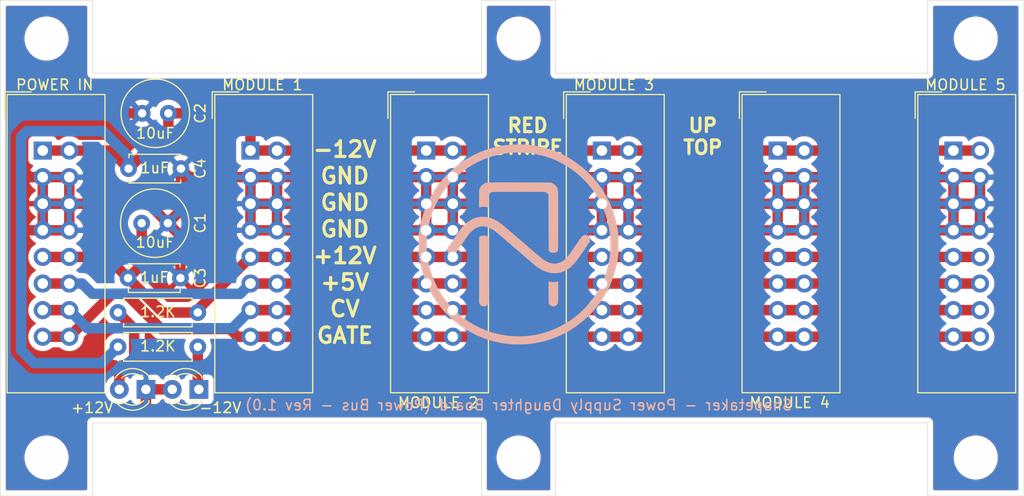
<source format=kicad_pcb>
(kicad_pcb (version 20171130) (host pcbnew "(5.1.5-0-10_14)")
  (layers (0 F.Cu signal) (31 B.Cu signal) (34 B.Paste user) (35 F.Paste user) (36 B.SilkS user) (37 F.SilkS user) (38 B.Mask user) (39 F.Mask user) (44 Edge.Cuts user))
  (net 0 "")
  (net 1 +12V)
  (net 2 GND)
  (net 3 -12V)
  (net 4 "Net-(D1-Pad2)")
  (net 5 "Net-(D2-Pad1)")
  (net 6 /5V)
  (net 7 /CV)
  (net 8 /GATE)
  (module Custom_Graphics:Shape_Taker_Logo_1300_DPI (layer B.Cu) (at 158.509818 77.6986 180)
    (fp_text reference G*** hide)
    (fp_text value LOGO hide)
  )
  (module MountingHole:MountingHole_3.2mm_M3_DIN965 (layer F.Cu) (at 202.1586 98.0518)
    (fp_text reference REF** hide)
    (fp_text value MountingHole_3.2mm_M3_DIN965 hide)
    (pad 1 np_thru_hole circle (at 0 0) (size 3.2 3.2) (drill 3.2) (layers *.Cu *.Mask))
  )
  (module MountingHole:MountingHole_3.2mm_M3_DIN965 (layer F.Cu) (at 158.5 98.0518)
    (fp_text reference REF** hide)
    (fp_text value MountingHole_3.2mm_M3_DIN965 hide)
    (pad 1 np_thru_hole circle (at 0 0) (size 3.2 3.2) (drill 3.2) (layers *.Cu *.Mask))
  )
  (module MountingHole:MountingHole_3.2mm_M3_DIN965 (layer F.Cu) (at 113.4153 98.0518)
    (fp_text reference REF** hide)
    (fp_text value MountingHole_3.2mm_M3_DIN965 hide)
    (pad 1 np_thru_hole circle (at 0 0) (size 3.2 3.2) (drill 3.2) (layers *.Cu *.Mask))
  )
  (module MountingHole:MountingHole_3.2mm_M3_DIN965 (layer F.Cu) (at 202.1586 58.039)
    (fp_text reference REF** hide)
    (fp_text value MountingHole_3.2mm_M3_DIN965 hide)
    (pad 1 np_thru_hole circle (at 0 0) (size 3.2 3.2) (drill 3.2) (layers *.Cu *.Mask))
  )
  (module MountingHole:MountingHole_3.2mm_M3_DIN965 (layer F.Cu) (at 158.5 58.039)
    (fp_text reference REF** hide)
    (fp_text value MountingHole_3.2mm_M3_DIN965 hide)
    (pad 1 np_thru_hole circle (at 0 0) (size 3.2 3.2) (drill 3.2) (layers *.Cu *.Mask))
  )
  (module MountingHole:MountingHole_3.2mm_M3_DIN965 (layer F.Cu) (at 113.4153 58.039)
    (fp_text reference REF** hide)
    (fp_text value MountingHole_3.2mm_M3_DIN965 hide)
    (pad 1 np_thru_hole circle (at 0 0) (size 3.2 3.2) (drill 3.2) (layers *.Cu *.Mask))
  )
  (module Capacitor_THT:C_Radial_D6.3mm_H11.0mm_P2.50mm (layer F.Cu) (at 122.5042 75.66768)
    (fp_text reference C1 (at 5.588 0.000001 90) (layer F.SilkS))
    (fp_text value 10uF (at 1.27 1.8288) (layer F.SilkS))
    (pad 1 thru_hole circle (at 0 0) (size 1.6 1.6) (drill 0.8) (layers *.Cu *.Mask) (net 1 +12V))
    (pad 2 thru_hole circle (at 2.5 0) (size 1.6 1.6) (drill 0.8) (layers *.Cu *.Mask) (net 2 GND))
  )
  (module Capacitor_THT:C_Radial_D6.3mm_H11.0mm_P2.50mm (layer F.Cu) (at 122.555 65.1764)
    (fp_text reference C2 (at 5.5372 0.000001 90) (layer F.SilkS))
    (fp_text value 10uF (at 1.25 1.905) (layer F.SilkS))
    (pad 2 thru_hole circle (at 2.5 0) (size 1.6 1.6) (drill 0.8) (layers *.Cu *.Mask) (net 3 -12V))
    (pad 1 thru_hole circle (at 0 0) (size 1.6 1.6) (drill 0.8) (layers *.Cu *.Mask) (net 2 GND))
  )
  (module Capacitor_THT:C_Disc_D4.7mm_W2.5mm_P5.00mm (layer F.Cu) (at 121.2088 80.91332)
    (fp_text reference C3 (at 6.8834 0.000001 90) (layer F.SilkS))
    (fp_text value 1uF (at 2.5 -0.0675) (layer F.SilkS))
    (pad 2 thru_hole circle (at 5 0) (size 1.6 1.6) (drill 0.8) (layers *.Cu *.Mask) (net 2 GND))
    (pad 1 thru_hole circle (at 0 0) (size 1.6 1.6) (drill 0.8) (layers *.Cu *.Mask) (net 1 +12V))
  )
  (module Capacitor_THT:C_Disc_D4.7mm_W2.5mm_P5.00mm (layer F.Cu) (at 126.2542 70.4596 180)
    (fp_text reference C4 (at -1.838 -0.000001 90) (layer F.SilkS))
    (fp_text value 1uF (at 2.5 0.0675) (layer F.SilkS))
    (pad 1 thru_hole circle (at 0 0 180) (size 1.6 1.6) (drill 0.8) (layers *.Cu *.Mask) (net 2 GND))
    (pad 2 thru_hole circle (at 5 0 180) (size 1.6 1.6) (drill 0.8) (layers *.Cu *.Mask) (net 3 -12V))
  )
  (module LED_THT:LED_D3.0mm (layer F.Cu) (at 122.9106 91.5416 180)
    (fp_text reference +12V (at 5.1308 -1.7526) (layer F.SilkS))
    (fp_text value LED hide)
    (pad 2 thru_hole circle (at 2.54 0 180) (size 1.8 1.8) (drill 0.9) (layers *.Cu *.Mask) (net 4 "Net-(D1-Pad2)"))
    (pad 1 thru_hole rect (at 0 0 180) (size 1.8 1.8) (drill 0.9) (layers *.Cu *.Mask) (net 2 GND))
  )
  (module LED_THT:LED_D3.0mm (layer F.Cu) (at 127.9652 91.5416 180)
    (fp_text reference -12V (at -2.0574 -1.7526) (layer F.SilkS))
    (fp_text value LED hide)
    (pad 1 thru_hole rect (at 0 0 180) (size 1.8 1.8) (drill 0.9) (layers *.Cu *.Mask) (net 5 "Net-(D2-Pad1)"))
    (pad 2 thru_hole circle (at 2.54 0 180) (size 1.8 1.8) (drill 0.9) (layers *.Cu *.Mask) (net 2 GND))
  )
  (module Connector_IDC:IDC-Header_2x08_P2.54mm_Vertical (layer F.Cu) (at 113.0554 68.7324)
    (fp_text reference "POWER IN" (at 1.145 -6.2738) (layer F.SilkS))
    (fp_text value PWR_IN hide)
    (pad 1 thru_hole rect (at 0 0) (size 1.7272 1.7272) (drill 1.016) (layers *.Cu *.Mask) (net 3 -12V))
    (pad 2 thru_hole oval (at 2.54 0) (size 1.7272 1.7272) (drill 1.016) (layers *.Cu *.Mask) (net 3 -12V))
    (pad 3 thru_hole oval (at 0 2.54) (size 1.7272 1.7272) (drill 1.016) (layers *.Cu *.Mask) (net 2 GND))
    (pad 4 thru_hole oval (at 2.54 2.54) (size 1.7272 1.7272) (drill 1.016) (layers *.Cu *.Mask) (net 2 GND))
    (pad 5 thru_hole oval (at 0 5.08) (size 1.7272 1.7272) (drill 1.016) (layers *.Cu *.Mask) (net 2 GND))
    (pad 6 thru_hole oval (at 2.54 5.08) (size 1.7272 1.7272) (drill 1.016) (layers *.Cu *.Mask) (net 2 GND))
    (pad 7 thru_hole oval (at 0 7.62) (size 1.7272 1.7272) (drill 1.016) (layers *.Cu *.Mask) (net 2 GND))
    (pad 8 thru_hole oval (at 2.54 7.62) (size 1.7272 1.7272) (drill 1.016) (layers *.Cu *.Mask) (net 2 GND))
    (pad 9 thru_hole oval (at 0 10.16) (size 1.7272 1.7272) (drill 1.016) (layers *.Cu *.Mask) (net 1 +12V))
    (pad 10 thru_hole oval (at 2.54 10.16) (size 1.7272 1.7272) (drill 1.016) (layers *.Cu *.Mask) (net 1 +12V))
    (pad 11 thru_hole oval (at 0 12.7) (size 1.7272 1.7272) (drill 1.016) (layers *.Cu *.Mask) (net 6 /5V))
    (pad 12 thru_hole oval (at 2.54 12.7) (size 1.7272 1.7272) (drill 1.016) (layers *.Cu *.Mask) (net 6 /5V))
    (pad 13 thru_hole oval (at 0 15.24) (size 1.7272 1.7272) (drill 1.016) (layers *.Cu *.Mask) (net 7 /CV))
    (pad 14 thru_hole oval (at 2.54 15.24) (size 1.7272 1.7272) (drill 1.016) (layers *.Cu *.Mask) (net 7 /CV))
    (pad 15 thru_hole oval (at 0 17.78) (size 1.7272 1.7272) (drill 1.016) (layers *.Cu *.Mask) (net 8 /GATE))
    (pad 16 thru_hole oval (at 2.54 17.78) (size 1.7272 1.7272) (drill 1.016) (layers *.Cu *.Mask) (net 8 /GATE))
  )
  (module Connector_IDC:IDC-Header_2x08_P2.54mm_Vertical (layer F.Cu) (at 132.8928 68.7324)
    (fp_text reference "MODULE 1" (at 1.145 -6.2738) (layer F.SilkS))
    (fp_text value CONN_1 hide)
    (pad 16 thru_hole oval (at 2.54 17.78) (size 1.7272 1.7272) (drill 1.016) (layers *.Cu *.Mask) (net 8 /GATE))
    (pad 15 thru_hole oval (at 0 17.78) (size 1.7272 1.7272) (drill 1.016) (layers *.Cu *.Mask) (net 8 /GATE))
    (pad 14 thru_hole oval (at 2.54 15.24) (size 1.7272 1.7272) (drill 1.016) (layers *.Cu *.Mask) (net 7 /CV))
    (pad 13 thru_hole oval (at 0 15.24) (size 1.7272 1.7272) (drill 1.016) (layers *.Cu *.Mask) (net 7 /CV))
    (pad 12 thru_hole oval (at 2.54 12.7) (size 1.7272 1.7272) (drill 1.016) (layers *.Cu *.Mask) (net 6 /5V))
    (pad 11 thru_hole oval (at 0 12.7) (size 1.7272 1.7272) (drill 1.016) (layers *.Cu *.Mask) (net 6 /5V))
    (pad 10 thru_hole oval (at 2.54 10.16) (size 1.7272 1.7272) (drill 1.016) (layers *.Cu *.Mask) (net 1 +12V))
    (pad 9 thru_hole oval (at 0 10.16) (size 1.7272 1.7272) (drill 1.016) (layers *.Cu *.Mask) (net 1 +12V))
    (pad 8 thru_hole oval (at 2.54 7.62) (size 1.7272 1.7272) (drill 1.016) (layers *.Cu *.Mask) (net 2 GND))
    (pad 7 thru_hole oval (at 0 7.62) (size 1.7272 1.7272) (drill 1.016) (layers *.Cu *.Mask) (net 2 GND))
    (pad 6 thru_hole oval (at 2.54 5.08) (size 1.7272 1.7272) (drill 1.016) (layers *.Cu *.Mask) (net 2 GND))
    (pad 5 thru_hole oval (at 0 5.08) (size 1.7272 1.7272) (drill 1.016) (layers *.Cu *.Mask) (net 2 GND))
    (pad 4 thru_hole oval (at 2.54 2.54) (size 1.7272 1.7272) (drill 1.016) (layers *.Cu *.Mask) (net 2 GND))
    (pad 3 thru_hole oval (at 0 2.54) (size 1.7272 1.7272) (drill 1.016) (layers *.Cu *.Mask) (net 2 GND))
    (pad 2 thru_hole oval (at 2.54 0) (size 1.7272 1.7272) (drill 1.016) (layers *.Cu *.Mask) (net 3 -12V))
    (pad 1 thru_hole rect (at 0 0) (size 1.7272 1.7272) (drill 1.016) (layers *.Cu *.Mask) (net 3 -12V))
  )
  (module Connector_IDC:IDC-Header_2x08_P2.54mm_Vertical (layer F.Cu) (at 149.67585 68.7324)
    (fp_text reference "MODULE 2" (at 1.145 24.0792) (layer F.SilkS))
    (fp_text value CONN_2 hide)
    (pad 1 thru_hole rect (at 0 0) (size 1.7272 1.7272) (drill 1.016) (layers *.Cu *.Mask) (net 3 -12V))
    (pad 2 thru_hole oval (at 2.54 0) (size 1.7272 1.7272) (drill 1.016) (layers *.Cu *.Mask) (net 3 -12V))
    (pad 3 thru_hole oval (at 0 2.54) (size 1.7272 1.7272) (drill 1.016) (layers *.Cu *.Mask) (net 2 GND))
    (pad 4 thru_hole oval (at 2.54 2.54) (size 1.7272 1.7272) (drill 1.016) (layers *.Cu *.Mask) (net 2 GND))
    (pad 5 thru_hole oval (at 0 5.08) (size 1.7272 1.7272) (drill 1.016) (layers *.Cu *.Mask) (net 2 GND))
    (pad 6 thru_hole oval (at 2.54 5.08) (size 1.7272 1.7272) (drill 1.016) (layers *.Cu *.Mask) (net 2 GND))
    (pad 7 thru_hole oval (at 0 7.62) (size 1.7272 1.7272) (drill 1.016) (layers *.Cu *.Mask) (net 2 GND))
    (pad 8 thru_hole oval (at 2.54 7.62) (size 1.7272 1.7272) (drill 1.016) (layers *.Cu *.Mask) (net 2 GND))
    (pad 9 thru_hole oval (at 0 10.16) (size 1.7272 1.7272) (drill 1.016) (layers *.Cu *.Mask) (net 1 +12V))
    (pad 10 thru_hole oval (at 2.54 10.16) (size 1.7272 1.7272) (drill 1.016) (layers *.Cu *.Mask) (net 1 +12V))
    (pad 11 thru_hole oval (at 0 12.7) (size 1.7272 1.7272) (drill 1.016) (layers *.Cu *.Mask) (net 6 /5V))
    (pad 12 thru_hole oval (at 2.54 12.7) (size 1.7272 1.7272) (drill 1.016) (layers *.Cu *.Mask) (net 6 /5V))
    (pad 13 thru_hole oval (at 0 15.24) (size 1.7272 1.7272) (drill 1.016) (layers *.Cu *.Mask) (net 7 /CV))
    (pad 14 thru_hole oval (at 2.54 15.24) (size 1.7272 1.7272) (drill 1.016) (layers *.Cu *.Mask) (net 7 /CV))
    (pad 15 thru_hole oval (at 0 17.78) (size 1.7272 1.7272) (drill 1.016) (layers *.Cu *.Mask) (net 8 /GATE))
    (pad 16 thru_hole oval (at 2.54 17.78) (size 1.7272 1.7272) (drill 1.016) (layers *.Cu *.Mask) (net 8 /GATE))
  )
  (module Connector_IDC:IDC-Header_2x08_P2.54mm_Vertical (layer F.Cu) (at 166.4589 68.7324)
    (fp_text reference "MODULE 3" (at 1.145 -6.2738) (layer F.SilkS))
    (fp_text value CONN_3 hide)
    (pad 16 thru_hole oval (at 2.54 17.78) (size 1.7272 1.7272) (drill 1.016) (layers *.Cu *.Mask) (net 8 /GATE))
    (pad 15 thru_hole oval (at 0 17.78) (size 1.7272 1.7272) (drill 1.016) (layers *.Cu *.Mask) (net 8 /GATE))
    (pad 14 thru_hole oval (at 2.54 15.24) (size 1.7272 1.7272) (drill 1.016) (layers *.Cu *.Mask) (net 7 /CV))
    (pad 13 thru_hole oval (at 0 15.24) (size 1.7272 1.7272) (drill 1.016) (layers *.Cu *.Mask) (net 7 /CV))
    (pad 12 thru_hole oval (at 2.54 12.7) (size 1.7272 1.7272) (drill 1.016) (layers *.Cu *.Mask) (net 6 /5V))
    (pad 11 thru_hole oval (at 0 12.7) (size 1.7272 1.7272) (drill 1.016) (layers *.Cu *.Mask) (net 6 /5V))
    (pad 10 thru_hole oval (at 2.54 10.16) (size 1.7272 1.7272) (drill 1.016) (layers *.Cu *.Mask) (net 1 +12V))
    (pad 9 thru_hole oval (at 0 10.16) (size 1.7272 1.7272) (drill 1.016) (layers *.Cu *.Mask) (net 1 +12V))
    (pad 8 thru_hole oval (at 2.54 7.62) (size 1.7272 1.7272) (drill 1.016) (layers *.Cu *.Mask) (net 2 GND))
    (pad 7 thru_hole oval (at 0 7.62) (size 1.7272 1.7272) (drill 1.016) (layers *.Cu *.Mask) (net 2 GND))
    (pad 6 thru_hole oval (at 2.54 5.08) (size 1.7272 1.7272) (drill 1.016) (layers *.Cu *.Mask) (net 2 GND))
    (pad 5 thru_hole oval (at 0 5.08) (size 1.7272 1.7272) (drill 1.016) (layers *.Cu *.Mask) (net 2 GND))
    (pad 4 thru_hole oval (at 2.54 2.54) (size 1.7272 1.7272) (drill 1.016) (layers *.Cu *.Mask) (net 2 GND))
    (pad 3 thru_hole oval (at 0 2.54) (size 1.7272 1.7272) (drill 1.016) (layers *.Cu *.Mask) (net 2 GND))
    (pad 2 thru_hole oval (at 2.54 0) (size 1.7272 1.7272) (drill 1.016) (layers *.Cu *.Mask) (net 3 -12V))
    (pad 1 thru_hole rect (at 0 0) (size 1.7272 1.7272) (drill 1.016) (layers *.Cu *.Mask) (net 3 -12V))
  )
  (module Connector_IDC:IDC-Header_2x08_P2.54mm_Vertical (layer F.Cu) (at 183.24195 68.7324)
    (fp_text reference "MODULE 4" (at 1.145 24.0792) (layer F.SilkS))
    (fp_text value CONN_4 hide)
    (pad 1 thru_hole rect (at 0 0) (size 1.7272 1.7272) (drill 1.016) (layers *.Cu *.Mask) (net 3 -12V))
    (pad 2 thru_hole oval (at 2.54 0) (size 1.7272 1.7272) (drill 1.016) (layers *.Cu *.Mask) (net 3 -12V))
    (pad 3 thru_hole oval (at 0 2.54) (size 1.7272 1.7272) (drill 1.016) (layers *.Cu *.Mask) (net 2 GND))
    (pad 4 thru_hole oval (at 2.54 2.54) (size 1.7272 1.7272) (drill 1.016) (layers *.Cu *.Mask) (net 2 GND))
    (pad 5 thru_hole oval (at 0 5.08) (size 1.7272 1.7272) (drill 1.016) (layers *.Cu *.Mask) (net 2 GND))
    (pad 6 thru_hole oval (at 2.54 5.08) (size 1.7272 1.7272) (drill 1.016) (layers *.Cu *.Mask) (net 2 GND))
    (pad 7 thru_hole oval (at 0 7.62) (size 1.7272 1.7272) (drill 1.016) (layers *.Cu *.Mask) (net 2 GND))
    (pad 8 thru_hole oval (at 2.54 7.62) (size 1.7272 1.7272) (drill 1.016) (layers *.Cu *.Mask) (net 2 GND))
    (pad 9 thru_hole oval (at 0 10.16) (size 1.7272 1.7272) (drill 1.016) (layers *.Cu *.Mask) (net 1 +12V))
    (pad 10 thru_hole oval (at 2.54 10.16) (size 1.7272 1.7272) (drill 1.016) (layers *.Cu *.Mask) (net 1 +12V))
    (pad 11 thru_hole oval (at 0 12.7) (size 1.7272 1.7272) (drill 1.016) (layers *.Cu *.Mask) (net 6 /5V))
    (pad 12 thru_hole oval (at 2.54 12.7) (size 1.7272 1.7272) (drill 1.016) (layers *.Cu *.Mask) (net 6 /5V))
    (pad 13 thru_hole oval (at 0 15.24) (size 1.7272 1.7272) (drill 1.016) (layers *.Cu *.Mask) (net 7 /CV))
    (pad 14 thru_hole oval (at 2.54 15.24) (size 1.7272 1.7272) (drill 1.016) (layers *.Cu *.Mask) (net 7 /CV))
    (pad 15 thru_hole oval (at 0 17.78) (size 1.7272 1.7272) (drill 1.016) (layers *.Cu *.Mask) (net 8 /GATE))
    (pad 16 thru_hole oval (at 2.54 17.78) (size 1.7272 1.7272) (drill 1.016) (layers *.Cu *.Mask) (net 8 /GATE))
  )
  (module Connector_IDC:IDC-Header_2x08_P2.54mm_Vertical (layer F.Cu) (at 200.025 68.7324)
    (fp_text reference "MODULE 5" (at 1.145 -6.2738) (layer F.SilkS))
    (fp_text value CONN_5 hide)
    (pad 16 thru_hole oval (at 2.54 17.78) (size 1.7272 1.7272) (drill 1.016) (layers *.Cu *.Mask) (net 8 /GATE))
    (pad 15 thru_hole oval (at 0 17.78) (size 1.7272 1.7272) (drill 1.016) (layers *.Cu *.Mask) (net 8 /GATE))
    (pad 14 thru_hole oval (at 2.54 15.24) (size 1.7272 1.7272) (drill 1.016) (layers *.Cu *.Mask) (net 7 /CV))
    (pad 13 thru_hole oval (at 0 15.24) (size 1.7272 1.7272) (drill 1.016) (layers *.Cu *.Mask) (net 7 /CV))
    (pad 12 thru_hole oval (at 2.54 12.7) (size 1.7272 1.7272) (drill 1.016) (layers *.Cu *.Mask) (net 6 /5V))
    (pad 11 thru_hole oval (at 0 12.7) (size 1.7272 1.7272) (drill 1.016) (layers *.Cu *.Mask) (net 6 /5V))
    (pad 10 thru_hole oval (at 2.54 10.16) (size 1.7272 1.7272) (drill 1.016) (layers *.Cu *.Mask) (net 1 +12V))
    (pad 9 thru_hole oval (at 0 10.16) (size 1.7272 1.7272) (drill 1.016) (layers *.Cu *.Mask) (net 1 +12V))
    (pad 8 thru_hole oval (at 2.54 7.62) (size 1.7272 1.7272) (drill 1.016) (layers *.Cu *.Mask) (net 2 GND))
    (pad 7 thru_hole oval (at 0 7.62) (size 1.7272 1.7272) (drill 1.016) (layers *.Cu *.Mask) (net 2 GND))
    (pad 6 thru_hole oval (at 2.54 5.08) (size 1.7272 1.7272) (drill 1.016) (layers *.Cu *.Mask) (net 2 GND))
    (pad 5 thru_hole oval (at 0 5.08) (size 1.7272 1.7272) (drill 1.016) (layers *.Cu *.Mask) (net 2 GND))
    (pad 4 thru_hole oval (at 2.54 2.54) (size 1.7272 1.7272) (drill 1.016) (layers *.Cu *.Mask) (net 2 GND))
    (pad 3 thru_hole oval (at 0 2.54) (size 1.7272 1.7272) (drill 1.016) (layers *.Cu *.Mask) (net 2 GND))
    (pad 2 thru_hole oval (at 2.54 0) (size 1.7272 1.7272) (drill 1.016) (layers *.Cu *.Mask) (net 3 -12V))
    (pad 1 thru_hole rect (at 0 0) (size 1.7272 1.7272) (drill 1.016) (layers *.Cu *.Mask) (net 3 -12V))
  )
  (module Resistor_THT:R_Axial_DIN0207_L6.3mm_D2.5mm_P7.62mm_Horizontal (layer F.Cu) (at 127.8636 87.4776 180)
    (fp_text reference R1 hide)
    (fp_text value 1.2K (at 3.81 3.3441) (layer F.SilkS))
    (pad 2 thru_hole oval (at 7.62 0 180) (size 1.6 1.6) (drill 0.8) (layers *.Cu *.Mask) (net 3 -12V))
    (pad 1 thru_hole circle (at 0 0 180) (size 1.6 1.6) (drill 0.8) (layers *.Cu *.Mask) (net 5 "Net-(D2-Pad1)"))
  )
  (module Resistor_THT:R_Axial_DIN0207_L6.3mm_D2.5mm_P7.62mm_Horizontal (layer F.Cu) (at 120.2436 84.201)
    (fp_text reference R2 hide)
    (fp_text value 1.2K (at 3.81 3.2091) (layer F.SilkS))
    (pad 1 thru_hole circle (at 0 0) (size 1.6 1.6) (drill 0.8) (layers *.Cu *.Mask) (net 4 "Net-(D1-Pad2)"))
    (pad 2 thru_hole oval (at 7.62 0) (size 1.6 1.6) (drill 0.8) (layers *.Cu *.Mask) (net 1 +12V))
  )
  (gr_text "Shapetaker - Power Supply Daughter Board (Power Bus - Rev 1.0)" (at 158.5 93.0402) (layer B.SilkS) (effects (font (size 1 1)) (justify mirror)))
  (gr_line (start 109 54.3814) (end 109 101.7016) (layer Edge.Cuts) (width 0.05))
  (gr_text "UP\nTOP" (at 176.0982 67.3862) (layer F.SilkS) (effects (font (size 1.3 1.3) (thickness 0.3))))
  (gr_text "RED\nSTRIPE" (at 159.3596 67.3862) (layer F.SilkS) (effects (font (size 1.3 1.3) (thickness 0.3))))
  (gr_text GATE (at 141.9098 86.3924) (layer F.SilkS) (effects (font (size 1.5 1.5) (thickness 0.3))))
  (gr_text CV (at 141.9098 83.8524) (layer F.SilkS) (effects (font (size 1.5 1.5) (thickness 0.3))))
  (gr_text +5V (at 141.9098 81.3124) (layer F.SilkS) (effects (font (size 1.5 1.5) (thickness 0.3))))
  (gr_text +12V (at 141.9098 78.7724) (layer F.SilkS) (effects (font (size 1.5 1.5) (thickness 0.3))))
  (gr_text GND (at 141.9098 76.2324) (layer F.SilkS) (effects (font (size 1.5 1.5) (thickness 0.3))))
  (gr_text GND (at 141.9098 73.6924) (layer F.SilkS) (effects (font (size 1.5 1.5) (thickness 0.3))))
  (gr_text GND (at 141.9098 71.1524) (layer F.SilkS) (effects (font (size 1.5 1.5) (thickness 0.3))))
  (gr_text -12V (at 141.9098 68.6124) (layer F.SilkS) (effects (font (size 1.5 1.5) (thickness 0.3))))
  (gr_line (start 162.052 94.742) (end 197.5612 94.742) (layer Edge.Cuts) (width 0.05))
  (gr_line (start 117.8306 94.742) (end 154.94 94.742) (layer Edge.Cuts) (width 0.05))
  (gr_line (start 197.5612 101.7016) (end 197.5612 94.742) (layer Edge.Cuts) (width 0.05))
  (gr_line (start 206.756 101.7016) (end 197.5612 101.7016) (layer Edge.Cuts) (width 0.05))
  (gr_line (start 206.756 94.742) (end 206.756 101.7016) (layer Edge.Cuts) (width 0.05))
  (gr_line (start 162.052 101.7016) (end 162.052 94.742) (layer Edge.Cuts) (width 0.05))
  (gr_line (start 154.94 101.7016) (end 162.052 101.7016) (layer Edge.Cuts) (width 0.05))
  (gr_line (start 154.94 94.742) (end 154.94 101.7016) (layer Edge.Cuts) (width 0.05))
  (gr_line (start 117.8306 101.7016) (end 117.8306 94.742) (layer Edge.Cuts) (width 0.05))
  (gr_line (start 109 101.7016) (end 117.8306 101.7016) (layer Edge.Cuts) (width 0.05))
  (gr_line (start 154.94 61.341) (end 117.8306 61.341) (layer Edge.Cuts) (width 0.05))
  (gr_line (start 197.5612 61.341) (end 162.052 61.341) (layer Edge.Cuts) (width 0.05))
  (gr_line (start 197.5612 54.3814) (end 197.5612 61.341) (layer Edge.Cuts) (width 0.05))
  (gr_line (start 206.756 54.3814) (end 197.5612 54.3814) (layer Edge.Cuts) (width 0.05))
  (gr_line (start 206.756 61.341) (end 206.756 54.3814) (layer Edge.Cuts) (width 0.05))
  (gr_line (start 162.052 54.3814) (end 162.052 61.341) (layer Edge.Cuts) (width 0.05))
  (gr_line (start 154.94 54.3814) (end 162.052 54.3814) (layer Edge.Cuts) (width 0.05))
  (gr_line (start 154.94 61.341) (end 154.94 54.3814) (layer Edge.Cuts) (width 0.05))
  (gr_line (start 206.756 61.341) (end 206.756 94.742) (layer Edge.Cuts) (width 0.05))
  (gr_line (start 117.8306 54.3814) (end 117.8306 61.341) (layer Edge.Cuts) (width 0.05))
  (gr_line (start 109 54.3814) (end 117.8306 54.3814) (layer Edge.Cuts) (width 0.05))
  (segment (start 122.5042 79.61792) (end 121.2088 80.91332) (width 1) (layer F.Cu) (net 1))
  (segment (start 122.5042 75.66768) (end 122.5042 79.61792) (width 1) (layer F.Cu) (net 1))
  (segment (start 119.18788 78.8924) (end 121.2088 80.91332) (width 1) (layer F.Cu) (net 1))
  (segment (start 115.5954 78.8924) (end 119.18788 78.8924) (width 1) (layer F.Cu) (net 1))
  (segment (start 113.0554 78.8924) (end 115.5954 78.8924) (width 1) (layer F.Cu) (net 1))
  (segment (start 124.49648 84.201) (end 121.2088 80.91332) (width 1) (layer F.Cu) (net 1))
  (segment (start 127.8636 84.201) (end 124.49648 84.201) (width 1) (layer F.Cu) (net 1))
  (segment (start 127.8636 83.9216) (end 132.8928 78.8924) (width 1) (layer F.Cu) (net 1))
  (segment (start 127.8636 84.201) (end 127.8636 83.9216) (width 1) (layer F.Cu) (net 1))
  (segment (start 132.8928 78.8924) (end 135.4328 78.8924) (width 1) (layer F.Cu) (net 1))
  (segment (start 136.654114 78.8924) (end 149.67585 78.8924) (width 1) (layer F.Cu) (net 1))
  (segment (start 135.4328 78.8924) (end 136.654114 78.8924) (width 1) (layer F.Cu) (net 1))
  (segment (start 149.67585 78.8924) (end 152.21585 78.8924) (width 1) (layer F.Cu) (net 1))
  (segment (start 153.437164 78.8924) (end 166.4589 78.8924) (width 1) (layer F.Cu) (net 1))
  (segment (start 152.21585 78.8924) (end 153.437164 78.8924) (width 1) (layer F.Cu) (net 1))
  (segment (start 166.4589 78.8924) (end 168.9989 78.8924) (width 1) (layer F.Cu) (net 1))
  (segment (start 168.9989 78.8924) (end 183.24195 78.8924) (width 1) (layer F.Cu) (net 1))
  (segment (start 183.24195 78.8924) (end 185.78195 78.8924) (width 1) (layer F.Cu) (net 1))
  (segment (start 185.78195 78.8924) (end 200.025 78.8924) (width 1) (layer F.Cu) (net 1))
  (segment (start 200.025 78.8924) (end 202.565 78.8924) (width 1) (layer F.Cu) (net 1))
  (segment (start 132.8928 71.2724) (end 135.4328 71.2724) (width 1) (layer F.Cu) (net 2))
  (segment (start 135.4328 71.2724) (end 149.67585 71.2724) (width 1) (layer F.Cu) (net 2))
  (segment (start 149.67585 71.2724) (end 152.21585 71.2724) (width 1) (layer F.Cu) (net 2))
  (segment (start 152.21585 71.2724) (end 166.4589 71.2724) (width 1) (layer F.Cu) (net 2))
  (segment (start 166.4589 71.2724) (end 168.9989 71.2724) (width 1) (layer F.Cu) (net 2))
  (segment (start 168.9989 71.2724) (end 183.24195 71.2724) (width 1) (layer F.Cu) (net 2))
  (segment (start 183.24195 71.2724) (end 185.78195 71.2724) (width 1) (layer F.Cu) (net 2))
  (segment (start 185.78195 71.2724) (end 200.025 71.2724) (width 1) (layer F.Cu) (net 2))
  (segment (start 200.025 71.2724) (end 202.565 71.2724) (width 1) (layer F.Cu) (net 2))
  (segment (start 200.025 71.2724) (end 200.025 73.8124) (width 1) (layer F.Cu) (net 2))
  (segment (start 200.025 73.8124) (end 200.025 76.3524) (width 1) (layer F.Cu) (net 2))
  (segment (start 202.565 76.3524) (end 202.565 73.8124) (width 1) (layer F.Cu) (net 2))
  (segment (start 202.565 71.2724) (end 202.565 73.8124) (width 1) (layer F.Cu) (net 2))
  (segment (start 200.025 73.8124) (end 202.565 73.8124) (width 1) (layer F.Cu) (net 2))
  (segment (start 200.025 76.3524) (end 202.565 76.3524) (width 1) (layer F.Cu) (net 2))
  (segment (start 185.78195 73.8124) (end 200.025 73.8124) (width 1) (layer F.Cu) (net 2))
  (segment (start 185.78195 76.3524) (end 200.025 76.3524) (width 1) (layer F.Cu) (net 2))
  (segment (start 183.24195 71.2724) (end 183.24195 73.8124) (width 1) (layer F.Cu) (net 2))
  (segment (start 183.24195 76.3524) (end 183.24195 73.8124) (width 1) (layer F.Cu) (net 2))
  (segment (start 185.78195 73.8124) (end 183.24195 73.8124) (width 1) (layer F.Cu) (net 2))
  (segment (start 185.78195 71.2724) (end 185.78195 73.8124) (width 1) (layer F.Cu) (net 2))
  (segment (start 183.24195 76.3524) (end 185.78195 76.3524) (width 1) (layer F.Cu) (net 2))
  (segment (start 185.78195 73.8124) (end 185.78195 76.3524) (width 1) (layer F.Cu) (net 2))
  (segment (start 168.9989 71.2724) (end 168.9989 73.8124) (width 1) (layer F.Cu) (net 2))
  (segment (start 168.9989 73.8124) (end 183.24195 73.8124) (width 1) (layer F.Cu) (net 2))
  (segment (start 168.9989 73.8124) (end 168.9989 76.3524) (width 1) (layer F.Cu) (net 2))
  (segment (start 168.9989 76.3524) (end 183.24195 76.3524) (width 1) (layer F.Cu) (net 2))
  (segment (start 166.4589 71.2724) (end 166.4589 73.8124) (width 1) (layer F.Cu) (net 2))
  (segment (start 166.4589 76.3524) (end 166.4589 73.8124) (width 1) (layer F.Cu) (net 2))
  (segment (start 166.4589 76.3524) (end 168.9989 76.3524) (width 1) (layer F.Cu) (net 2))
  (segment (start 166.4589 73.8124) (end 168.9989 73.8124) (width 1) (layer F.Cu) (net 2))
  (segment (start 152.21585 73.8124) (end 166.4589 73.8124) (width 1) (layer F.Cu) (net 2))
  (segment (start 152.21585 76.3524) (end 166.4589 76.3524) (width 1) (layer F.Cu) (net 2))
  (segment (start 149.67585 71.2724) (end 149.67585 73.8124) (width 1) (layer F.Cu) (net 2))
  (segment (start 149.67585 76.3524) (end 149.67585 73.8124) (width 1) (layer F.Cu) (net 2))
  (segment (start 152.21585 73.8124) (end 149.67585 73.8124) (width 1) (layer F.Cu) (net 2))
  (segment (start 152.21585 71.2724) (end 152.21585 73.8124) (width 1) (layer F.Cu) (net 2))
  (segment (start 152.21585 76.3524) (end 152.21585 73.8124) (width 1) (layer F.Cu) (net 2))
  (segment (start 149.67585 76.3524) (end 152.21585 76.3524) (width 1) (layer F.Cu) (net 2))
  (segment (start 149.67585 73.8124) (end 135.4328 73.8124) (width 1) (layer F.Cu) (net 2))
  (segment (start 132.8928 73.8124) (end 135.4328 73.8124) (width 1) (layer F.Cu) (net 2))
  (segment (start 135.4328 71.2724) (end 135.4328 73.8124) (width 1) (layer F.Cu) (net 2))
  (segment (start 132.8928 71.2724) (end 132.8928 73.8124) (width 1) (layer F.Cu) (net 2))
  (segment (start 132.8928 76.3524) (end 132.8928 73.8124) (width 1) (layer F.Cu) (net 2))
  (segment (start 135.4328 76.3524) (end 135.4328 73.8124) (width 1) (layer F.Cu) (net 2))
  (segment (start 132.8928 76.3524) (end 135.4328 76.3524) (width 1) (layer F.Cu) (net 2))
  (segment (start 135.4328 76.3524) (end 149.67585 76.3524) (width 1) (layer F.Cu) (net 2))
  (segment (start 122.9106 91.5416) (end 125.4252 91.5416) (width 1) (layer F.Cu) (net 2))
  (segment (start 113.0554 71.2724) (end 115.5954 71.2724) (width 1) (layer F.Cu) (net 2))
  (segment (start 115.5954 73.8124) (end 115.5954 71.2724) (width 1) (layer F.Cu) (net 2))
  (segment (start 113.0554 71.2724) (end 113.0554 73.8124) (width 1) (layer F.Cu) (net 2))
  (segment (start 113.0554 76.3524) (end 113.0554 73.8124) (width 1) (layer F.Cu) (net 2))
  (segment (start 115.5954 76.3524) (end 113.0554 76.3524) (width 1) (layer F.Cu) (net 2))
  (segment (start 113.0554 73.8124) (end 115.5954 73.8124) (width 1) (layer F.Cu) (net 2))
  (segment (start 115.5954 76.3524) (end 115.5954 73.8124) (width 1) (layer F.Cu) (net 2))
  (segment (start 126.2542 74.41768) (end 125.0042 75.66768) (width 1) (layer F.Cu) (net 2))
  (segment (start 126.2542 70.4596) (end 126.2542 74.41768) (width 1) (layer F.Cu) (net 2))
  (segment (start 123.14892 73.8124) (end 125.0042 75.66768) (width 1) (layer F.Cu) (net 2))
  (segment (start 115.5954 73.8124) (end 123.14892 73.8124) (width 1) (layer F.Cu) (net 2))
  (segment (start 110.8456 70.283914) (end 111.834086 71.2724) (width 1) (layer F.Cu) (net 2))
  (segment (start 110.8456 67.1322) (end 110.8456 70.283914) (width 1) (layer F.Cu) (net 2))
  (segment (start 112.8014 65.1764) (end 110.8456 67.1322) (width 1) (layer F.Cu) (net 2))
  (segment (start 111.834086 71.2724) (end 113.0554 71.2724) (width 1) (layer F.Cu) (net 2))
  (segment (start 122.555 65.1764) (end 112.8014 65.1764) (width 1) (layer F.Cu) (net 2))
  (segment (start 126.2088 76.87228) (end 125.0042 75.66768) (width 1) (layer F.Cu) (net 2))
  (segment (start 126.2088 80.91332) (end 126.2088 76.87228) (width 1) (layer F.Cu) (net 2))
  (segment (start 122.9106 93.4416) (end 122.7024 93.6498) (width 1) (layer F.Cu) (net 2))
  (segment (start 122.9106 91.5416) (end 122.9106 93.4416) (width 1) (layer F.Cu) (net 2))
  (segment (start 111.0234 93.6498) (end 110.7948 93.4212) (width 1) (layer F.Cu) (net 2))
  (segment (start 122.7024 93.6498) (end 111.0234 93.6498) (width 1) (layer F.Cu) (net 2))
  (segment (start 110.7948 93.4212) (end 110.7948 76.6826) (width 1) (layer F.Cu) (net 2))
  (segment (start 111.125 76.3524) (end 113.0554 76.3524) (width 1) (layer F.Cu) (net 2))
  (segment (start 110.7948 76.6826) (end 111.125 76.3524) (width 1) (layer F.Cu) (net 2))
  (segment (start 127.067 71.2724) (end 126.2542 70.4596) (width 1) (layer F.Cu) (net 2))
  (segment (start 132.8928 71.2724) (end 127.067 71.2724) (width 1) (layer F.Cu) (net 2))
  (segment (start 113.0554 68.7324) (end 115.5954 68.7324) (width 1) (layer F.Cu) (net 3))
  (segment (start 119.527 68.7324) (end 121.2542 70.4596) (width 1) (layer F.Cu) (net 3))
  (segment (start 115.5954 68.7324) (end 119.527 68.7324) (width 1) (layer F.Cu) (net 3))
  (segment (start 132.8928 68.7324) (end 135.4328 68.7324) (width 1) (layer F.Cu) (net 3))
  (segment (start 135.4328 68.7324) (end 149.67585 68.7324) (width 1) (layer F.Cu) (net 3))
  (segment (start 152.21585 68.7324) (end 149.67585 68.7324) (width 1) (layer F.Cu) (net 3))
  (segment (start 152.21585 68.7324) (end 166.4589 68.7324) (width 1) (layer F.Cu) (net 3))
  (segment (start 168.9989 68.7324) (end 166.4589 68.7324) (width 1) (layer F.Cu) (net 3))
  (segment (start 168.9989 68.7324) (end 183.24195 68.7324) (width 1) (layer F.Cu) (net 3))
  (segment (start 185.78195 68.7324) (end 183.24195 68.7324) (width 1) (layer F.Cu) (net 3))
  (segment (start 185.78195 68.7324) (end 200.025 68.7324) (width 1) (layer F.Cu) (net 3))
  (segment (start 200.025 68.7324) (end 202.565 68.7324) (width 1) (layer F.Cu) (net 3))
  (segment (start 125.055 66.6588) (end 121.2542 70.4596) (width 1) (layer F.Cu) (net 3))
  (segment (start 125.055 65.1764) (end 125.055 66.6588) (width 1) (layer F.Cu) (net 3))
  (segment (start 131.2004 65.1764) (end 132.8928 66.8688) (width 1) (layer F.Cu) (net 3))
  (segment (start 132.8928 66.8688) (end 132.8928 68.7324) (width 1) (layer F.Cu) (net 3))
  (segment (start 125.055 65.1764) (end 131.2004 65.1764) (width 1) (layer F.Cu) (net 3))
  (segment (start 121.2542 69.32823) (end 118.80417 66.8782) (width 1) (layer B.Cu) (net 3))
  (segment (start 121.2542 70.4596) (end 121.2542 69.32823) (width 1) (layer B.Cu) (net 3))
  (segment (start 118.80417 66.8782) (end 111.5568 66.8782) (width 1) (layer B.Cu) (net 3))
  (segment (start 111.5568 66.8782) (end 110.998 67.437) (width 1) (layer B.Cu) (net 3))
  (segment (start 110.998 67.437) (end 110.998 87.8078) (width 1) (layer B.Cu) (net 3))
  (segment (start 110.998 87.8078) (end 112.2172 89.027) (width 1) (layer B.Cu) (net 3))
  (segment (start 118.6942 89.027) (end 120.2436 87.4776) (width 1) (layer B.Cu) (net 3))
  (segment (start 112.2172 89.027) (end 118.6942 89.027) (width 1) (layer B.Cu) (net 3))
  (segment (start 120.3706 90.268808) (end 121.790208 88.8492) (width 1) (layer F.Cu) (net 4))
  (segment (start 120.3706 91.5416) (end 120.3706 90.268808) (width 1) (layer F.Cu) (net 4))
  (segment (start 121.790208 85.747608) (end 120.2436 84.201) (width 1) (layer F.Cu) (net 4))
  (segment (start 121.790208 88.8492) (end 121.790208 85.747608) (width 1) (layer F.Cu) (net 4))
  (segment (start 127.8636 91.44) (end 127.9652 91.5416) (width 1) (layer F.Cu) (net 5))
  (segment (start 127.8636 87.4776) (end 127.8636 91.44) (width 1) (layer F.Cu) (net 5))
  (segment (start 202.565 81.4324) (end 200.025 81.4324) (width 1) (layer F.Cu) (net 6))
  (segment (start 200.025 81.4324) (end 185.78195 81.4324) (width 1) (layer F.Cu) (net 6))
  (segment (start 185.78195 81.4324) (end 183.24195 81.4324) (width 1) (layer F.Cu) (net 6))
  (segment (start 183.24195 81.4324) (end 168.9989 81.4324) (width 1) (layer F.Cu) (net 6))
  (segment (start 168.9989 81.4324) (end 166.4589 81.4324) (width 1) (layer F.Cu) (net 6))
  (segment (start 166.4589 81.4324) (end 152.21585 81.4324) (width 1) (layer F.Cu) (net 6))
  (segment (start 152.21585 81.4324) (end 149.67585 81.4324) (width 1) (layer F.Cu) (net 6))
  (segment (start 149.67585 81.4324) (end 135.4328 81.4324) (width 1) (layer F.Cu) (net 6))
  (segment (start 135.4328 81.4324) (end 132.8928 81.4324) (width 1) (layer F.Cu) (net 6))
  (segment (start 113.0554 81.4324) (end 115.5954 81.4324) (width 1) (layer F.Cu) (net 6))
  (segment (start 132.029201 82.295999) (end 132.8928 81.4324) (width 1) (layer B.Cu) (net 6))
  (segment (start 131.911879 82.413321) (end 132.029201 82.295999) (width 1) (layer B.Cu) (net 6))
  (segment (start 117.797635 82.413321) (end 131.911879 82.413321) (width 1) (layer B.Cu) (net 6))
  (segment (start 116.816714 81.4324) (end 117.797635 82.413321) (width 1) (layer B.Cu) (net 6))
  (segment (start 115.5954 81.4324) (end 116.816714 81.4324) (width 1) (layer B.Cu) (net 6))
  (segment (start 132.8928 83.9724) (end 135.4328 83.9724) (width 1) (layer F.Cu) (net 7))
  (segment (start 136.654114 83.9724) (end 149.67585 83.9724) (width 1) (layer F.Cu) (net 7))
  (segment (start 135.4328 83.9724) (end 136.654114 83.9724) (width 1) (layer F.Cu) (net 7))
  (segment (start 149.67585 83.9724) (end 152.21585 83.9724) (width 1) (layer F.Cu) (net 7))
  (segment (start 152.21585 83.9724) (end 166.4589 83.9724) (width 1) (layer F.Cu) (net 7))
  (segment (start 166.4589 83.9724) (end 168.9989 83.9724) (width 1) (layer F.Cu) (net 7))
  (segment (start 168.9989 83.9724) (end 183.24195 83.9724) (width 1) (layer F.Cu) (net 7))
  (segment (start 183.24195 83.9724) (end 185.78195 83.9724) (width 1) (layer F.Cu) (net 7))
  (segment (start 185.78195 83.9724) (end 200.025 83.9724) (width 1) (layer F.Cu) (net 7))
  (segment (start 200.025 83.9724) (end 202.565 83.9724) (width 1) (layer F.Cu) (net 7))
  (segment (start 113.0554 83.9724) (end 115.5954 83.9724) (width 1) (layer F.Cu) (net 7))
  (segment (start 132.029201 84.835999) (end 132.8928 83.9724) (width 1) (layer B.Cu) (net 7))
  (segment (start 131.164199 85.701001) (end 132.029201 84.835999) (width 1) (layer B.Cu) (net 7))
  (segment (start 117.324001 85.701001) (end 131.164199 85.701001) (width 1) (layer B.Cu) (net 7))
  (segment (start 115.5954 83.9724) (end 117.324001 85.701001) (width 1) (layer B.Cu) (net 7))
  (segment (start 202.565 86.5124) (end 200.025 86.5124) (width 1) (layer F.Cu) (net 8))
  (segment (start 200.025 86.5124) (end 185.78195 86.5124) (width 1) (layer F.Cu) (net 8))
  (segment (start 185.78195 86.5124) (end 183.24195 86.5124) (width 1) (layer F.Cu) (net 8))
  (segment (start 183.24195 86.5124) (end 168.9989 86.5124) (width 1) (layer F.Cu) (net 8))
  (segment (start 166.4589 86.5124) (end 168.9989 86.5124) (width 1) (layer F.Cu) (net 8))
  (segment (start 166.4589 86.5124) (end 152.21585 86.5124) (width 1) (layer F.Cu) (net 8))
  (segment (start 152.21585 86.5124) (end 149.67585 86.5124) (width 1) (layer F.Cu) (net 8))
  (segment (start 149.67585 86.5124) (end 135.4328 86.5124) (width 1) (layer F.Cu) (net 8))
  (segment (start 135.4328 86.5124) (end 132.8928 86.5124) (width 1) (layer F.Cu) (net 8))
  (segment (start 113.0554 86.5124) (end 115.5954 86.5124) (width 1) (layer F.Cu) (net 8))
  (segment (start 121.011731 82.413321) (end 124.37421 85.7758) (width 1) (layer F.Cu) (net 8))
  (segment (start 131.671486 86.5124) (end 132.8928 86.5124) (width 1) (layer F.Cu) (net 8))
  (segment (start 130.934886 85.7758) (end 131.671486 86.5124) (width 1) (layer F.Cu) (net 8))
  (segment (start 124.37421 85.7758) (end 130.934886 85.7758) (width 1) (layer F.Cu) (net 8))
  (segment (start 119.694479 82.413321) (end 121.011731 82.413321) (width 1) (layer F.Cu) (net 8))
  (segment (start 115.5954 86.5124) (end 119.694479 82.413321) (width 1) (layer F.Cu) (net 8))
  (zone (net 2) (net_name GND) (layer F.Cu) (connect_pads (clearance 0.508)) (min_thickness 0.254) (fill yes (arc_segments 32) (thermal_gap 0.508) (thermal_bridge_width 0.508))
    (polygon (pts (xy 206.5274 101.5238) (xy 197.7644 101.5238) (xy 197.7644 94.5642) (xy 161.798 94.5896) (xy 161.798 101.5238) (xy 155.0924 101.5238) (xy 155.0924 94.5896) (xy 117.6274 94.5896) (xy 117.6274 101.4984) (xy 109.1946 101.4984) (xy 109.2454 54.61) (xy 117.6528 54.61) (xy 117.6528 61.4934) (xy 155.1686 61.4934) (xy 155.1686 54.5592) (xy 161.8996 54.5592) (xy 161.8996 61.5442) (xy 197.739 61.5442) (xy 197.739 54.5338) (xy 206.5274 54.5338)))
  )
  (zone (net 2) (net_name GND) (layer B.Cu) (connect_pads (clearance 0.508)) (min_thickness 0.254) (fill yes (arc_segments 32) (thermal_gap 0.508) (thermal_bridge_width 0.508))
    (polygon (pts (xy 206.502 101.4984) (xy 197.7644 101.4984) (xy 197.7644 94.5642) (xy 161.798 94.5642) (xy 161.798 101.5238) (xy 155.1178 101.5238) (xy 155.1178 94.5896) (xy 117.6528 94.5896) (xy 117.6528 101.4984) (xy 109.1946 101.4984) (xy 109.1946 54.61) (xy 117.6274 54.61) (xy 117.6274 61.4934) (xy 155.1432 61.4934) (xy 155.1432 54.5338) (xy 161.8742 54.5338) (xy 161.8742 61.5442) (xy 197.7136 61.5442) (xy 197.7136 54.5084) (xy 206.502 54.5084)))
  )
)
</source>
